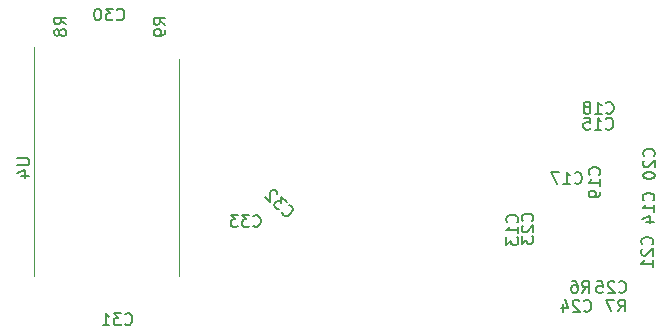
<source format=gbo>
G04 #@! TF.GenerationSoftware,KiCad,Pcbnew,5.0.0-fee4fd1~66~ubuntu18.04.1*
G04 #@! TF.CreationDate,2018-10-21T22:10:04-02:30*
G04 #@! TF.ProjectId,mpuBoard,6D7075426F6172642E6B696361645F70,rev?*
G04 #@! TF.SameCoordinates,Original*
G04 #@! TF.FileFunction,Legend,Bot*
G04 #@! TF.FilePolarity,Positive*
%FSLAX46Y46*%
G04 Gerber Fmt 4.6, Leading zero omitted, Abs format (unit mm)*
G04 Created by KiCad (PCBNEW 5.0.0-fee4fd1~66~ubuntu18.04.1) date Sun Oct 21 22:10:04 2018*
%MOMM*%
%LPD*%
G01*
G04 APERTURE LIST*
%ADD10C,0.120000*%
%ADD11C,0.100000*%
%ADD12C,0.150000*%
G04 APERTURE END LIST*
D10*
G04 #@! TO.C,U4*
X108228000Y-87066000D02*
X108228000Y-105466000D01*
D11*
X95988000Y-105466000D02*
X95988000Y-86066000D01*
D12*
X94560380Y-95504095D02*
X95369904Y-95504095D01*
X95465142Y-95551714D01*
X95512761Y-95599333D01*
X95560380Y-95694571D01*
X95560380Y-95885047D01*
X95512761Y-95980285D01*
X95465142Y-96027904D01*
X95369904Y-96075523D01*
X94560380Y-96075523D01*
X94893714Y-96980285D02*
X95560380Y-96980285D01*
X94512761Y-96742190D02*
X95227047Y-96504095D01*
X95227047Y-97123142D01*
G04 #@! TO.C,C13*
X136856742Y-100906342D02*
X136904361Y-100858723D01*
X136951980Y-100715866D01*
X136951980Y-100620628D01*
X136904361Y-100477771D01*
X136809123Y-100382533D01*
X136713885Y-100334914D01*
X136523409Y-100287295D01*
X136380552Y-100287295D01*
X136190076Y-100334914D01*
X136094838Y-100382533D01*
X135999600Y-100477771D01*
X135951980Y-100620628D01*
X135951980Y-100715866D01*
X135999600Y-100858723D01*
X136047219Y-100906342D01*
X136951980Y-101858723D02*
X136951980Y-101287295D01*
X136951980Y-101573009D02*
X135951980Y-101573009D01*
X136094838Y-101477771D01*
X136190076Y-101382533D01*
X136237695Y-101287295D01*
X135951980Y-102192057D02*
X135951980Y-102811104D01*
X136332933Y-102477771D01*
X136332933Y-102620628D01*
X136380552Y-102715866D01*
X136428171Y-102763485D01*
X136523409Y-102811104D01*
X136761504Y-102811104D01*
X136856742Y-102763485D01*
X136904361Y-102715866D01*
X136951980Y-102620628D01*
X136951980Y-102334914D01*
X136904361Y-102239676D01*
X136856742Y-102192057D01*
G04 #@! TO.C,C14*
X148388342Y-99052142D02*
X148435961Y-99004523D01*
X148483580Y-98861666D01*
X148483580Y-98766428D01*
X148435961Y-98623571D01*
X148340723Y-98528333D01*
X148245485Y-98480714D01*
X148055009Y-98433095D01*
X147912152Y-98433095D01*
X147721676Y-98480714D01*
X147626438Y-98528333D01*
X147531200Y-98623571D01*
X147483580Y-98766428D01*
X147483580Y-98861666D01*
X147531200Y-99004523D01*
X147578819Y-99052142D01*
X148483580Y-100004523D02*
X148483580Y-99433095D01*
X148483580Y-99718809D02*
X147483580Y-99718809D01*
X147626438Y-99623571D01*
X147721676Y-99528333D01*
X147769295Y-99433095D01*
X147816914Y-100861666D02*
X148483580Y-100861666D01*
X147435961Y-100623571D02*
X148150247Y-100385476D01*
X148150247Y-101004523D01*
G04 #@! TO.C,C15*
X144383857Y-92965542D02*
X144431476Y-93013161D01*
X144574333Y-93060780D01*
X144669571Y-93060780D01*
X144812428Y-93013161D01*
X144907666Y-92917923D01*
X144955285Y-92822685D01*
X145002904Y-92632209D01*
X145002904Y-92489352D01*
X144955285Y-92298876D01*
X144907666Y-92203638D01*
X144812428Y-92108400D01*
X144669571Y-92060780D01*
X144574333Y-92060780D01*
X144431476Y-92108400D01*
X144383857Y-92156019D01*
X143431476Y-93060780D02*
X144002904Y-93060780D01*
X143717190Y-93060780D02*
X143717190Y-92060780D01*
X143812428Y-92203638D01*
X143907666Y-92298876D01*
X144002904Y-92346495D01*
X142526714Y-92060780D02*
X143002904Y-92060780D01*
X143050523Y-92536971D01*
X143002904Y-92489352D01*
X142907666Y-92441733D01*
X142669571Y-92441733D01*
X142574333Y-92489352D01*
X142526714Y-92536971D01*
X142479095Y-92632209D01*
X142479095Y-92870304D01*
X142526714Y-92965542D01*
X142574333Y-93013161D01*
X142669571Y-93060780D01*
X142907666Y-93060780D01*
X143002904Y-93013161D01*
X143050523Y-92965542D01*
G04 #@! TO.C,C17*
X141727857Y-97557142D02*
X141775476Y-97604761D01*
X141918333Y-97652380D01*
X142013571Y-97652380D01*
X142156428Y-97604761D01*
X142251666Y-97509523D01*
X142299285Y-97414285D01*
X142346904Y-97223809D01*
X142346904Y-97080952D01*
X142299285Y-96890476D01*
X142251666Y-96795238D01*
X142156428Y-96700000D01*
X142013571Y-96652380D01*
X141918333Y-96652380D01*
X141775476Y-96700000D01*
X141727857Y-96747619D01*
X140775476Y-97652380D02*
X141346904Y-97652380D01*
X141061190Y-97652380D02*
X141061190Y-96652380D01*
X141156428Y-96795238D01*
X141251666Y-96890476D01*
X141346904Y-96938095D01*
X140442142Y-96652380D02*
X139775476Y-96652380D01*
X140204047Y-97652380D01*
G04 #@! TO.C,C18*
X144406857Y-91619342D02*
X144454476Y-91666961D01*
X144597333Y-91714580D01*
X144692571Y-91714580D01*
X144835428Y-91666961D01*
X144930666Y-91571723D01*
X144978285Y-91476485D01*
X145025904Y-91286009D01*
X145025904Y-91143152D01*
X144978285Y-90952676D01*
X144930666Y-90857438D01*
X144835428Y-90762200D01*
X144692571Y-90714580D01*
X144597333Y-90714580D01*
X144454476Y-90762200D01*
X144406857Y-90809819D01*
X143454476Y-91714580D02*
X144025904Y-91714580D01*
X143740190Y-91714580D02*
X143740190Y-90714580D01*
X143835428Y-90857438D01*
X143930666Y-90952676D01*
X144025904Y-91000295D01*
X142883047Y-91143152D02*
X142978285Y-91095533D01*
X143025904Y-91047914D01*
X143073523Y-90952676D01*
X143073523Y-90905057D01*
X143025904Y-90809819D01*
X142978285Y-90762200D01*
X142883047Y-90714580D01*
X142692571Y-90714580D01*
X142597333Y-90762200D01*
X142549714Y-90809819D01*
X142502095Y-90905057D01*
X142502095Y-90952676D01*
X142549714Y-91047914D01*
X142597333Y-91095533D01*
X142692571Y-91143152D01*
X142883047Y-91143152D01*
X142978285Y-91190771D01*
X143025904Y-91238390D01*
X143073523Y-91333628D01*
X143073523Y-91524104D01*
X143025904Y-91619342D01*
X142978285Y-91666961D01*
X142883047Y-91714580D01*
X142692571Y-91714580D01*
X142597333Y-91666961D01*
X142549714Y-91619342D01*
X142502095Y-91524104D01*
X142502095Y-91333628D01*
X142549714Y-91238390D01*
X142597333Y-91190771D01*
X142692571Y-91143152D01*
G04 #@! TO.C,C19*
X143816342Y-96893142D02*
X143863961Y-96845523D01*
X143911580Y-96702666D01*
X143911580Y-96607428D01*
X143863961Y-96464571D01*
X143768723Y-96369333D01*
X143673485Y-96321714D01*
X143483009Y-96274095D01*
X143340152Y-96274095D01*
X143149676Y-96321714D01*
X143054438Y-96369333D01*
X142959200Y-96464571D01*
X142911580Y-96607428D01*
X142911580Y-96702666D01*
X142959200Y-96845523D01*
X143006819Y-96893142D01*
X143911580Y-97845523D02*
X143911580Y-97274095D01*
X143911580Y-97559809D02*
X142911580Y-97559809D01*
X143054438Y-97464571D01*
X143149676Y-97369333D01*
X143197295Y-97274095D01*
X143911580Y-98321714D02*
X143911580Y-98512190D01*
X143863961Y-98607428D01*
X143816342Y-98655047D01*
X143673485Y-98750285D01*
X143483009Y-98797904D01*
X143102057Y-98797904D01*
X143006819Y-98750285D01*
X142959200Y-98702666D01*
X142911580Y-98607428D01*
X142911580Y-98416952D01*
X142959200Y-98321714D01*
X143006819Y-98274095D01*
X143102057Y-98226476D01*
X143340152Y-98226476D01*
X143435390Y-98274095D01*
X143483009Y-98321714D01*
X143530628Y-98416952D01*
X143530628Y-98607428D01*
X143483009Y-98702666D01*
X143435390Y-98750285D01*
X143340152Y-98797904D01*
G04 #@! TO.C,C20*
X148439142Y-95318342D02*
X148486761Y-95270723D01*
X148534380Y-95127866D01*
X148534380Y-95032628D01*
X148486761Y-94889771D01*
X148391523Y-94794533D01*
X148296285Y-94746914D01*
X148105809Y-94699295D01*
X147962952Y-94699295D01*
X147772476Y-94746914D01*
X147677238Y-94794533D01*
X147582000Y-94889771D01*
X147534380Y-95032628D01*
X147534380Y-95127866D01*
X147582000Y-95270723D01*
X147629619Y-95318342D01*
X147629619Y-95699295D02*
X147582000Y-95746914D01*
X147534380Y-95842152D01*
X147534380Y-96080247D01*
X147582000Y-96175485D01*
X147629619Y-96223104D01*
X147724857Y-96270723D01*
X147820095Y-96270723D01*
X147962952Y-96223104D01*
X148534380Y-95651676D01*
X148534380Y-96270723D01*
X147534380Y-96889771D02*
X147534380Y-96985009D01*
X147582000Y-97080247D01*
X147629619Y-97127866D01*
X147724857Y-97175485D01*
X147915333Y-97223104D01*
X148153428Y-97223104D01*
X148343904Y-97175485D01*
X148439142Y-97127866D01*
X148486761Y-97080247D01*
X148534380Y-96985009D01*
X148534380Y-96889771D01*
X148486761Y-96794533D01*
X148439142Y-96746914D01*
X148343904Y-96699295D01*
X148153428Y-96651676D01*
X147915333Y-96651676D01*
X147724857Y-96699295D01*
X147629619Y-96746914D01*
X147582000Y-96794533D01*
X147534380Y-96889771D01*
G04 #@! TO.C,C21*
X148286742Y-102785942D02*
X148334361Y-102738323D01*
X148381980Y-102595466D01*
X148381980Y-102500228D01*
X148334361Y-102357371D01*
X148239123Y-102262133D01*
X148143885Y-102214514D01*
X147953409Y-102166895D01*
X147810552Y-102166895D01*
X147620076Y-102214514D01*
X147524838Y-102262133D01*
X147429600Y-102357371D01*
X147381980Y-102500228D01*
X147381980Y-102595466D01*
X147429600Y-102738323D01*
X147477219Y-102785942D01*
X147477219Y-103166895D02*
X147429600Y-103214514D01*
X147381980Y-103309752D01*
X147381980Y-103547847D01*
X147429600Y-103643085D01*
X147477219Y-103690704D01*
X147572457Y-103738323D01*
X147667695Y-103738323D01*
X147810552Y-103690704D01*
X148381980Y-103119276D01*
X148381980Y-103738323D01*
X148381980Y-104690704D02*
X148381980Y-104119276D01*
X148381980Y-104404990D02*
X147381980Y-104404990D01*
X147524838Y-104309752D01*
X147620076Y-104214514D01*
X147667695Y-104119276D01*
G04 #@! TO.C,C23*
X138152142Y-100804742D02*
X138199761Y-100757123D01*
X138247380Y-100614266D01*
X138247380Y-100519028D01*
X138199761Y-100376171D01*
X138104523Y-100280933D01*
X138009285Y-100233314D01*
X137818809Y-100185695D01*
X137675952Y-100185695D01*
X137485476Y-100233314D01*
X137390238Y-100280933D01*
X137295000Y-100376171D01*
X137247380Y-100519028D01*
X137247380Y-100614266D01*
X137295000Y-100757123D01*
X137342619Y-100804742D01*
X137342619Y-101185695D02*
X137295000Y-101233314D01*
X137247380Y-101328552D01*
X137247380Y-101566647D01*
X137295000Y-101661885D01*
X137342619Y-101709504D01*
X137437857Y-101757123D01*
X137533095Y-101757123D01*
X137675952Y-101709504D01*
X138247380Y-101138076D01*
X138247380Y-101757123D01*
X137247380Y-102090457D02*
X137247380Y-102709504D01*
X137628333Y-102376171D01*
X137628333Y-102519028D01*
X137675952Y-102614266D01*
X137723571Y-102661885D01*
X137818809Y-102709504D01*
X138056904Y-102709504D01*
X138152142Y-102661885D01*
X138199761Y-102614266D01*
X138247380Y-102519028D01*
X138247380Y-102233314D01*
X138199761Y-102138076D01*
X138152142Y-102090457D01*
G04 #@! TO.C,C24*
X142527257Y-108383342D02*
X142574876Y-108430961D01*
X142717733Y-108478580D01*
X142812971Y-108478580D01*
X142955828Y-108430961D01*
X143051066Y-108335723D01*
X143098685Y-108240485D01*
X143146304Y-108050009D01*
X143146304Y-107907152D01*
X143098685Y-107716676D01*
X143051066Y-107621438D01*
X142955828Y-107526200D01*
X142812971Y-107478580D01*
X142717733Y-107478580D01*
X142574876Y-107526200D01*
X142527257Y-107573819D01*
X142146304Y-107573819D02*
X142098685Y-107526200D01*
X142003447Y-107478580D01*
X141765352Y-107478580D01*
X141670114Y-107526200D01*
X141622495Y-107573819D01*
X141574876Y-107669057D01*
X141574876Y-107764295D01*
X141622495Y-107907152D01*
X142193923Y-108478580D01*
X141574876Y-108478580D01*
X140717733Y-107811914D02*
X140717733Y-108478580D01*
X140955828Y-107430961D02*
X141193923Y-108145247D01*
X140574876Y-108145247D01*
G04 #@! TO.C,C25*
X145473657Y-106808542D02*
X145521276Y-106856161D01*
X145664133Y-106903780D01*
X145759371Y-106903780D01*
X145902228Y-106856161D01*
X145997466Y-106760923D01*
X146045085Y-106665685D01*
X146092704Y-106475209D01*
X146092704Y-106332352D01*
X146045085Y-106141876D01*
X145997466Y-106046638D01*
X145902228Y-105951400D01*
X145759371Y-105903780D01*
X145664133Y-105903780D01*
X145521276Y-105951400D01*
X145473657Y-105999019D01*
X145092704Y-105999019D02*
X145045085Y-105951400D01*
X144949847Y-105903780D01*
X144711752Y-105903780D01*
X144616514Y-105951400D01*
X144568895Y-105999019D01*
X144521276Y-106094257D01*
X144521276Y-106189495D01*
X144568895Y-106332352D01*
X145140323Y-106903780D01*
X144521276Y-106903780D01*
X143616514Y-105903780D02*
X144092704Y-105903780D01*
X144140323Y-106379971D01*
X144092704Y-106332352D01*
X143997466Y-106284733D01*
X143759371Y-106284733D01*
X143664133Y-106332352D01*
X143616514Y-106379971D01*
X143568895Y-106475209D01*
X143568895Y-106713304D01*
X143616514Y-106808542D01*
X143664133Y-106856161D01*
X143759371Y-106903780D01*
X143997466Y-106903780D01*
X144092704Y-106856161D01*
X144140323Y-106808542D01*
G04 #@! TO.C,C30*
X102977857Y-83719942D02*
X103025476Y-83767561D01*
X103168333Y-83815180D01*
X103263571Y-83815180D01*
X103406428Y-83767561D01*
X103501666Y-83672323D01*
X103549285Y-83577085D01*
X103596904Y-83386609D01*
X103596904Y-83243752D01*
X103549285Y-83053276D01*
X103501666Y-82958038D01*
X103406428Y-82862800D01*
X103263571Y-82815180D01*
X103168333Y-82815180D01*
X103025476Y-82862800D01*
X102977857Y-82910419D01*
X102644523Y-82815180D02*
X102025476Y-82815180D01*
X102358809Y-83196133D01*
X102215952Y-83196133D01*
X102120714Y-83243752D01*
X102073095Y-83291371D01*
X102025476Y-83386609D01*
X102025476Y-83624704D01*
X102073095Y-83719942D01*
X102120714Y-83767561D01*
X102215952Y-83815180D01*
X102501666Y-83815180D01*
X102596904Y-83767561D01*
X102644523Y-83719942D01*
X101406428Y-82815180D02*
X101311190Y-82815180D01*
X101215952Y-82862800D01*
X101168333Y-82910419D01*
X101120714Y-83005657D01*
X101073095Y-83196133D01*
X101073095Y-83434228D01*
X101120714Y-83624704D01*
X101168333Y-83719942D01*
X101215952Y-83767561D01*
X101311190Y-83815180D01*
X101406428Y-83815180D01*
X101501666Y-83767561D01*
X101549285Y-83719942D01*
X101596904Y-83624704D01*
X101644523Y-83434228D01*
X101644523Y-83196133D01*
X101596904Y-83005657D01*
X101549285Y-82910419D01*
X101501666Y-82862800D01*
X101406428Y-82815180D01*
G04 #@! TO.C,C31*
X103677857Y-109526342D02*
X103725476Y-109573961D01*
X103868333Y-109621580D01*
X103963571Y-109621580D01*
X104106428Y-109573961D01*
X104201666Y-109478723D01*
X104249285Y-109383485D01*
X104296904Y-109193009D01*
X104296904Y-109050152D01*
X104249285Y-108859676D01*
X104201666Y-108764438D01*
X104106428Y-108669200D01*
X103963571Y-108621580D01*
X103868333Y-108621580D01*
X103725476Y-108669200D01*
X103677857Y-108716819D01*
X103344523Y-108621580D02*
X102725476Y-108621580D01*
X103058809Y-109002533D01*
X102915952Y-109002533D01*
X102820714Y-109050152D01*
X102773095Y-109097771D01*
X102725476Y-109193009D01*
X102725476Y-109431104D01*
X102773095Y-109526342D01*
X102820714Y-109573961D01*
X102915952Y-109621580D01*
X103201666Y-109621580D01*
X103296904Y-109573961D01*
X103344523Y-109526342D01*
X101773095Y-109621580D02*
X102344523Y-109621580D01*
X102058809Y-109621580D02*
X102058809Y-108621580D01*
X102154047Y-108764438D01*
X102249285Y-108859676D01*
X102344523Y-108907295D01*
G04 #@! TO.C,C32*
X116944345Y-100049791D02*
X116944345Y-100117135D01*
X117011689Y-100251822D01*
X117079032Y-100319165D01*
X117213719Y-100386509D01*
X117348406Y-100386509D01*
X117449421Y-100352837D01*
X117617780Y-100251822D01*
X117718795Y-100150807D01*
X117819811Y-99982448D01*
X117853482Y-99881433D01*
X117853482Y-99746746D01*
X117786139Y-99612059D01*
X117718795Y-99544715D01*
X117584108Y-99477372D01*
X117516765Y-99477372D01*
X117348406Y-99174326D02*
X116910673Y-98736593D01*
X116877002Y-99241669D01*
X116775986Y-99140654D01*
X116674971Y-99106982D01*
X116607627Y-99106982D01*
X116506612Y-99140654D01*
X116338253Y-99309013D01*
X116304582Y-99410028D01*
X116304582Y-99477372D01*
X116338253Y-99578387D01*
X116540284Y-99780417D01*
X116641299Y-99814089D01*
X116708643Y-99814089D01*
X116573956Y-98534562D02*
X116573956Y-98467219D01*
X116540284Y-98366204D01*
X116371925Y-98197845D01*
X116270910Y-98164173D01*
X116203566Y-98164173D01*
X116102551Y-98197845D01*
X116035208Y-98265188D01*
X115967864Y-98399875D01*
X115967864Y-99207997D01*
X115530131Y-98770265D01*
G04 #@! TO.C,C33*
X114522857Y-101197142D02*
X114570476Y-101244761D01*
X114713333Y-101292380D01*
X114808571Y-101292380D01*
X114951428Y-101244761D01*
X115046666Y-101149523D01*
X115094285Y-101054285D01*
X115141904Y-100863809D01*
X115141904Y-100720952D01*
X115094285Y-100530476D01*
X115046666Y-100435238D01*
X114951428Y-100340000D01*
X114808571Y-100292380D01*
X114713333Y-100292380D01*
X114570476Y-100340000D01*
X114522857Y-100387619D01*
X114189523Y-100292380D02*
X113570476Y-100292380D01*
X113903809Y-100673333D01*
X113760952Y-100673333D01*
X113665714Y-100720952D01*
X113618095Y-100768571D01*
X113570476Y-100863809D01*
X113570476Y-101101904D01*
X113618095Y-101197142D01*
X113665714Y-101244761D01*
X113760952Y-101292380D01*
X114046666Y-101292380D01*
X114141904Y-101244761D01*
X114189523Y-101197142D01*
X113237142Y-100292380D02*
X112618095Y-100292380D01*
X112951428Y-100673333D01*
X112808571Y-100673333D01*
X112713333Y-100720952D01*
X112665714Y-100768571D01*
X112618095Y-100863809D01*
X112618095Y-101101904D01*
X112665714Y-101197142D01*
X112713333Y-101244761D01*
X112808571Y-101292380D01*
X113094285Y-101292380D01*
X113189523Y-101244761D01*
X113237142Y-101197142D01*
G04 #@! TO.C,R6*
X142381266Y-106878380D02*
X142714600Y-106402190D01*
X142952695Y-106878380D02*
X142952695Y-105878380D01*
X142571742Y-105878380D01*
X142476504Y-105926000D01*
X142428885Y-105973619D01*
X142381266Y-106068857D01*
X142381266Y-106211714D01*
X142428885Y-106306952D01*
X142476504Y-106354571D01*
X142571742Y-106402190D01*
X142952695Y-106402190D01*
X141524123Y-105878380D02*
X141714600Y-105878380D01*
X141809838Y-105926000D01*
X141857457Y-105973619D01*
X141952695Y-106116476D01*
X142000314Y-106306952D01*
X142000314Y-106687904D01*
X141952695Y-106783142D01*
X141905076Y-106830761D01*
X141809838Y-106878380D01*
X141619361Y-106878380D01*
X141524123Y-106830761D01*
X141476504Y-106783142D01*
X141428885Y-106687904D01*
X141428885Y-106449809D01*
X141476504Y-106354571D01*
X141524123Y-106306952D01*
X141619361Y-106259333D01*
X141809838Y-106259333D01*
X141905076Y-106306952D01*
X141952695Y-106354571D01*
X142000314Y-106449809D01*
G04 #@! TO.C,R7*
X145403866Y-108453180D02*
X145737200Y-107976990D01*
X145975295Y-108453180D02*
X145975295Y-107453180D01*
X145594342Y-107453180D01*
X145499104Y-107500800D01*
X145451485Y-107548419D01*
X145403866Y-107643657D01*
X145403866Y-107786514D01*
X145451485Y-107881752D01*
X145499104Y-107929371D01*
X145594342Y-107976990D01*
X145975295Y-107976990D01*
X145070533Y-107453180D02*
X144403866Y-107453180D01*
X144832438Y-108453180D01*
G04 #@! TO.C,R8*
X98682380Y-84163333D02*
X98206190Y-83830000D01*
X98682380Y-83591904D02*
X97682380Y-83591904D01*
X97682380Y-83972857D01*
X97730000Y-84068095D01*
X97777619Y-84115714D01*
X97872857Y-84163333D01*
X98015714Y-84163333D01*
X98110952Y-84115714D01*
X98158571Y-84068095D01*
X98206190Y-83972857D01*
X98206190Y-83591904D01*
X98110952Y-84734761D02*
X98063333Y-84639523D01*
X98015714Y-84591904D01*
X97920476Y-84544285D01*
X97872857Y-84544285D01*
X97777619Y-84591904D01*
X97730000Y-84639523D01*
X97682380Y-84734761D01*
X97682380Y-84925238D01*
X97730000Y-85020476D01*
X97777619Y-85068095D01*
X97872857Y-85115714D01*
X97920476Y-85115714D01*
X98015714Y-85068095D01*
X98063333Y-85020476D01*
X98110952Y-84925238D01*
X98110952Y-84734761D01*
X98158571Y-84639523D01*
X98206190Y-84591904D01*
X98301428Y-84544285D01*
X98491904Y-84544285D01*
X98587142Y-84591904D01*
X98634761Y-84639523D01*
X98682380Y-84734761D01*
X98682380Y-84925238D01*
X98634761Y-85020476D01*
X98587142Y-85068095D01*
X98491904Y-85115714D01*
X98301428Y-85115714D01*
X98206190Y-85068095D01*
X98158571Y-85020476D01*
X98110952Y-84925238D01*
G04 #@! TO.C,R9*
X107081580Y-84186733D02*
X106605390Y-83853400D01*
X107081580Y-83615304D02*
X106081580Y-83615304D01*
X106081580Y-83996257D01*
X106129200Y-84091495D01*
X106176819Y-84139114D01*
X106272057Y-84186733D01*
X106414914Y-84186733D01*
X106510152Y-84139114D01*
X106557771Y-84091495D01*
X106605390Y-83996257D01*
X106605390Y-83615304D01*
X107081580Y-84662923D02*
X107081580Y-84853400D01*
X107033961Y-84948638D01*
X106986342Y-84996257D01*
X106843485Y-85091495D01*
X106653009Y-85139114D01*
X106272057Y-85139114D01*
X106176819Y-85091495D01*
X106129200Y-85043876D01*
X106081580Y-84948638D01*
X106081580Y-84758161D01*
X106129200Y-84662923D01*
X106176819Y-84615304D01*
X106272057Y-84567685D01*
X106510152Y-84567685D01*
X106605390Y-84615304D01*
X106653009Y-84662923D01*
X106700628Y-84758161D01*
X106700628Y-84948638D01*
X106653009Y-85043876D01*
X106605390Y-85091495D01*
X106510152Y-85139114D01*
G04 #@! TD*
M02*

</source>
